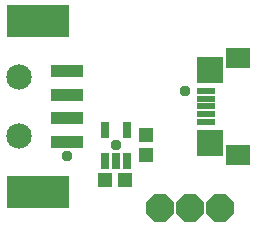
<source format=gts>
G04 EAGLE Gerber X2 export*
%TF.Part,Single*%
%TF.FileFunction,Soldermask,Top,1*%
%TF.FilePolarity,Negative*%
%TF.GenerationSoftware,Autodesk,EAGLE,9.0.0*%
%TF.CreationDate,2018-04-29T23:01:41Z*%
G75*
%MOMM*%
%FSLAX34Y34*%
%LPD*%
%AMOC8*
5,1,8,0,0,1.08239X$1,22.5*%
G01*
%ADD10R,2.703200X1.103200*%
%ADD11R,5.353200X2.703200*%
%ADD12C,2.153200*%
%ADD13R,0.762000X1.473200*%
%ADD14R,2.203200X2.303200*%
%ADD15R,2.103200X1.803200*%
%ADD16R,1.553200X0.603200*%
%ADD17P,2.556822X8X22.500000*%
%ADD18R,1.303200X1.203200*%
%ADD19R,1.203200X1.303200*%
%ADD20C,0.959600*%


D10*
X139800Y131600D03*
X139800Y111600D03*
X139800Y91600D03*
X139800Y71600D03*
D11*
X115000Y174100D03*
X115000Y29100D03*
D12*
X99000Y126600D03*
X99000Y76600D03*
D13*
X172212Y55626D03*
X181610Y55626D03*
X191008Y55626D03*
X191008Y81534D03*
X172212Y81534D03*
D14*
X260980Y70600D03*
X260980Y132600D03*
D15*
X284480Y60600D03*
X284480Y142600D03*
D16*
X257730Y88600D03*
X257730Y95100D03*
X257730Y101600D03*
X257730Y108100D03*
X257730Y114600D03*
D17*
X218440Y15240D03*
X243840Y15240D03*
X269240Y15240D03*
D18*
X207010Y77080D03*
X207010Y60080D03*
D19*
X188840Y39370D03*
X171840Y39370D03*
D20*
X240030Y114300D03*
X139700Y59690D03*
X181610Y68580D03*
M02*

</source>
